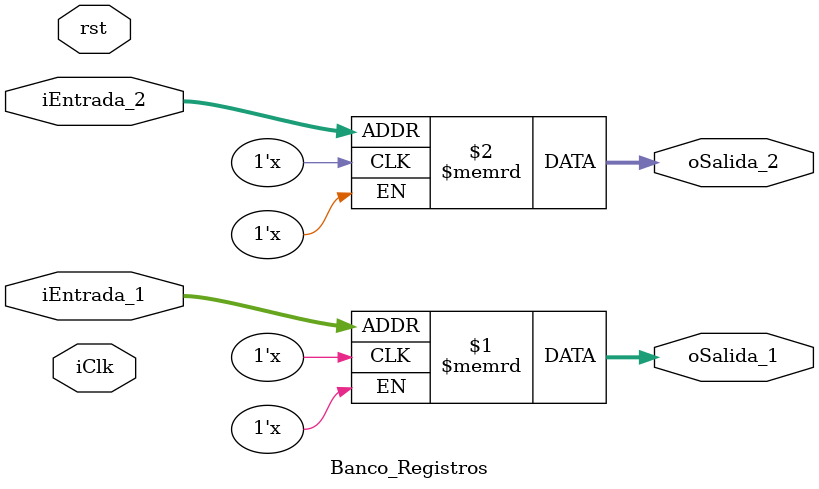
<source format=v>
module Banco_Registros #(
parameter BIT_ADDR = 2,
parameter BIT_DATO = 4
)
(

input [BIT_DATO-1:0] iEntrada_1,
input [BIT_DATO-1:0] iEntrada_2,

input iClk,
input rst,

output [BIT_DATO-1:0] oSalida_1,
output [BIT_DATO-1:0] oSalida_2
);

//assign DATOS_MEMORIA[0] =  iEntrada_1;  
//assign DATOS_MEMORIA[1] =  iEntrada_2; 


reg [BIT_DATO-1:0] DATOS_MEMORIA [BIT_ADDR-1:0];  //2 DATOS DE 4 BITS
reg [BIT_DATO-1:0] MEMORIA_AUX_Q;
reg [BIT_DATO-1:0] MEMORIA_AUX_D;


assign oSalida_1 = DATOS_MEMORIA[iEntrada_1];
assign oSalida_2 = DATOS_MEMORIA[iEntrada_2];


//assign oValoe = MEMORIA_AUX_Q;

reg [3:0] rCounter_D;
reg [3:0] rCounter_Q;



//initial
//	begin
//		$readmenh("memoria.txt",DATOS_MEMORIA);
//	end



always @(posedge iClk)
	begin 
		MEMORIA_AUX_Q <= MEMORIA_AUX_D;
		rCounter_Q <= rCounter_D;
	end

 

always @*
	begin
		MEMORIA_AUX_D = DATOS_MEMORIA[rCounter_Q];
		rCounter_D = rCounter_Q + 2'd1;
	end



endmodule
</source>
